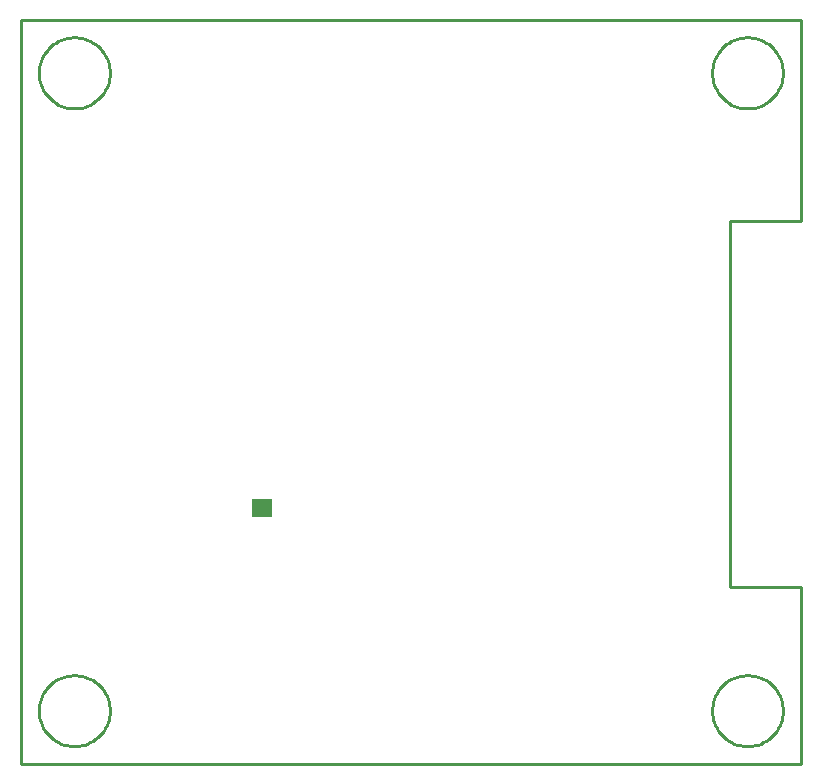
<source format=gko>
G04*
G04 #@! TF.GenerationSoftware,Altium Limited,Altium Designer,19.0.14 (431)*
G04*
G04 Layer_Color=16711935*
%FSLAX25Y25*%
%MOIN*%
G70*
G01*
G75*
%ADD10C,0.01000*%
G36*
X83795Y82224D02*
X77102D01*
Y88287D01*
X83795D01*
Y82224D01*
D02*
G37*
D10*
X29528Y230315D02*
X29485Y231317D01*
X29358Y232311D01*
X29146Y233291D01*
X28853Y234250D01*
X28479Y235180D01*
X28028Y236075D01*
X27502Y236929D01*
X26906Y237735D01*
X26244Y238488D01*
X25520Y239181D01*
X24740Y239811D01*
X23909Y240372D01*
X23034Y240861D01*
X22120Y241274D01*
X21175Y241608D01*
X20205Y241861D01*
X19217Y242030D01*
X18218Y242115D01*
X17215D01*
X16216Y242030D01*
X15228Y241861D01*
X14258Y241608D01*
X13313Y241274D01*
X12399Y240861D01*
X11524Y240372D01*
X10693Y239811D01*
X9913Y239181D01*
X9189Y238488D01*
X8527Y237735D01*
X7931Y236929D01*
X7405Y236075D01*
X6954Y235180D01*
X6580Y234250D01*
X6287Y233291D01*
X6075Y232311D01*
X5948Y231317D01*
X5906Y230315D01*
X5948Y229313D01*
X6075Y228319D01*
X6287Y227339D01*
X6580Y226380D01*
X6954Y225450D01*
X7405Y224555D01*
X7931Y223701D01*
X8527Y222895D01*
X9189Y222142D01*
X9913Y221449D01*
X10693Y220819D01*
X11524Y220257D01*
X12399Y219769D01*
X13313Y219356D01*
X14258Y219022D01*
X15228Y218769D01*
X16216Y218600D01*
X17215Y218515D01*
X18218D01*
X19217Y218600D01*
X20205Y218769D01*
X21175Y219022D01*
X22120Y219356D01*
X23034Y219769D01*
X23909Y220257D01*
X24740Y220819D01*
X25520Y221449D01*
X26244Y222143D01*
X26906Y222895D01*
X27502Y223701D01*
X28028Y224555D01*
X28479Y225450D01*
X28853Y226380D01*
X29147Y227339D01*
X29358Y228319D01*
X29485Y229313D01*
X29528Y230315D01*
X253937D02*
X253894Y231317D01*
X253767Y232311D01*
X253556Y233291D01*
X253262Y234250D01*
X252888Y235180D01*
X252437Y236075D01*
X251911Y236929D01*
X251315Y237735D01*
X250653Y238488D01*
X249929Y239181D01*
X249149Y239811D01*
X248319Y240372D01*
X247443Y240861D01*
X246530Y241274D01*
X245585Y241608D01*
X244614Y241861D01*
X243626Y242030D01*
X242627Y242115D01*
X241625D01*
X240626Y242030D01*
X239638Y241861D01*
X238667Y241608D01*
X237722Y241274D01*
X236809Y240861D01*
X235933Y240372D01*
X235103Y239811D01*
X234323Y239181D01*
X233599Y238488D01*
X232937Y237735D01*
X232340Y236929D01*
X231815Y236075D01*
X231363Y235180D01*
X230990Y234250D01*
X230696Y233291D01*
X230485Y232311D01*
X230358Y231317D01*
X230315Y230315D01*
X230358Y229313D01*
X230485Y228319D01*
X230696Y227339D01*
X230990Y226380D01*
X231364Y225450D01*
X231815Y224555D01*
X232341Y223701D01*
X232937Y222895D01*
X233599Y222142D01*
X234323Y221449D01*
X235103Y220819D01*
X235933Y220257D01*
X236809Y219769D01*
X237722Y219356D01*
X238667Y219022D01*
X239638Y218769D01*
X240626Y218600D01*
X241625Y218515D01*
X242627D01*
X243626Y218600D01*
X244614Y218769D01*
X245585Y219022D01*
X246530Y219356D01*
X247443Y219769D01*
X248319Y220257D01*
X249149Y220819D01*
X249929Y221449D01*
X250653Y222143D01*
X251315Y222895D01*
X251911Y223701D01*
X252437Y224555D01*
X252888Y225450D01*
X253262Y226380D01*
X253556Y227339D01*
X253767Y228319D01*
X253894Y229313D01*
X253937Y230315D01*
X29528Y17717D02*
X29485Y18718D01*
X29358Y19713D01*
X29146Y20693D01*
X28853Y21651D01*
X28479Y22581D01*
X28028Y23477D01*
X27502Y24330D01*
X26906Y25137D01*
X26244Y25889D01*
X25520Y26583D01*
X24740Y27213D01*
X23909Y27774D01*
X23034Y28263D01*
X22120Y28676D01*
X21175Y29010D01*
X20205Y29263D01*
X19217Y29432D01*
X18218Y29517D01*
X17215D01*
X16216Y29432D01*
X15228Y29263D01*
X14258Y29010D01*
X13313Y28676D01*
X12399Y28263D01*
X11524Y27774D01*
X10693Y27213D01*
X9913Y26583D01*
X9189Y25889D01*
X8527Y25136D01*
X7931Y24330D01*
X7405Y23477D01*
X6954Y22581D01*
X6580Y21651D01*
X6287Y20693D01*
X6075Y19713D01*
X5948Y18718D01*
X5906Y17717D01*
X5948Y16715D01*
X6075Y15720D01*
X6287Y14740D01*
X6580Y13782D01*
X6954Y12852D01*
X7405Y11956D01*
X7931Y11103D01*
X8527Y10297D01*
X9189Y9544D01*
X9913Y8850D01*
X10693Y8220D01*
X11524Y7659D01*
X12399Y7170D01*
X13313Y6757D01*
X14258Y6423D01*
X15228Y6171D01*
X16216Y6001D01*
X17215Y5916D01*
X18218D01*
X19217Y6001D01*
X20205Y6171D01*
X21175Y6423D01*
X22120Y6757D01*
X23034Y7170D01*
X23909Y7659D01*
X24740Y8220D01*
X25520Y8850D01*
X26244Y9544D01*
X26906Y10297D01*
X27502Y11103D01*
X28028Y11956D01*
X28479Y12852D01*
X28853Y13782D01*
X29147Y14740D01*
X29358Y15721D01*
X29485Y16715D01*
X29528Y17717D01*
X253937D02*
X253894Y18718D01*
X253767Y19713D01*
X253556Y20693D01*
X253262Y21651D01*
X252888Y22581D01*
X252437Y23477D01*
X251911Y24330D01*
X251315Y25137D01*
X250653Y25889D01*
X249929Y26583D01*
X249149Y27213D01*
X248319Y27774D01*
X247443Y28263D01*
X246530Y28676D01*
X245585Y29010D01*
X244614Y29263D01*
X243626Y29432D01*
X242627Y29517D01*
X241625D01*
X240626Y29432D01*
X239638Y29263D01*
X238667Y29010D01*
X237722Y28676D01*
X236809Y28263D01*
X235933Y27774D01*
X235103Y27213D01*
X234323Y26583D01*
X233599Y25889D01*
X232937Y25136D01*
X232340Y24330D01*
X231815Y23477D01*
X231363Y22581D01*
X230990Y21651D01*
X230696Y20693D01*
X230485Y19713D01*
X230358Y18718D01*
X230315Y17717D01*
X230358Y16715D01*
X230485Y15720D01*
X230696Y14740D01*
X230990Y13782D01*
X231364Y12852D01*
X231815Y11956D01*
X232341Y11103D01*
X232937Y10297D01*
X233599Y9544D01*
X234323Y8850D01*
X235103Y8220D01*
X235933Y7659D01*
X236809Y7170D01*
X237722Y6757D01*
X238667Y6423D01*
X239638Y6171D01*
X240626Y6001D01*
X241625Y5916D01*
X242627D01*
X243626Y6001D01*
X244614Y6171D01*
X245585Y6423D01*
X246530Y6757D01*
X247443Y7170D01*
X248319Y7659D01*
X249149Y8220D01*
X249929Y8850D01*
X250653Y9544D01*
X251315Y10297D01*
X251911Y11103D01*
X252437Y11956D01*
X252888Y12852D01*
X253262Y13782D01*
X253556Y14740D01*
X253767Y15721D01*
X253894Y16715D01*
X253937Y17717D01*
X0Y0D02*
Y248031D01*
X259842Y0D02*
Y59055D01*
X236221D02*
X259842D01*
X236221D02*
Y181102D01*
X259842D01*
Y248031D01*
X0D02*
X259842D01*
X0Y0D02*
X259842D01*
M02*

</source>
